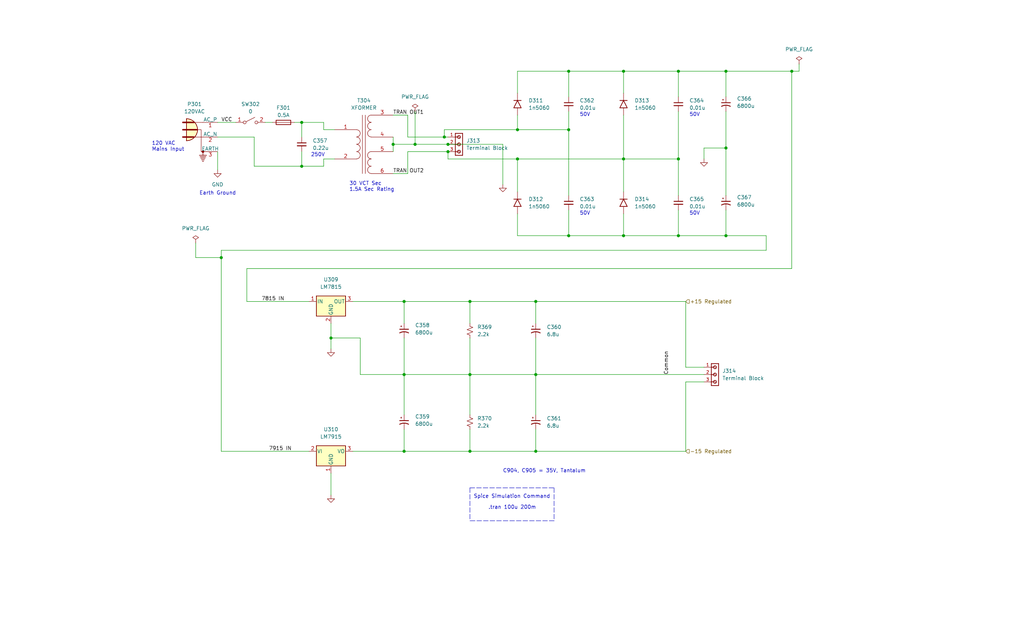
<source format=kicad_sch>
(kicad_sch (version 20211123) (generator eeschema)
  (paper "USLegal")
  (title_block (title "15 Volt Power Supply") (date "2022-06-10") (rev "0.3") (company "Andy McCann KA3KAF and Doug McCann KA3KAG") (comment 2 "Terry White K7TAU") (comment 3 "Wes Hayward W7ZOI") (comment 4 "Original Design By:"))
  (lib_symbols
    (symbol "1N5060GP:1N5060GP" (pin_numbers hide) (pin_names (offset 1.016) hide)
      (property "Reference" "D" (at -1.27 1.27 0))
      (property "Value" "1N5060GP" (at 2.54 -2.54 0))
      (symbol "1N5060GP_0_0"
        (polyline (pts (xy -1.27 -1.27) (xy 1.27 0)) (stroke (width 0.254)))
        (polyline (pts (xy -1.27 1.27) (xy -1.27 -1.27)) (stroke (width 0.254)))
        (polyline (pts (xy 1.27 0) (xy -1.27 1.27)) (stroke (width 0.254)))
        (polyline (pts (xy 1.27 0) (xy 1.27 -1.27)) (stroke (width 0.254)))
        (polyline (pts (xy 1.27 1.27) (xy 1.27 0)) (stroke (width 0.254)))
        (pin passive line (at 3.81 0 180) (length 2.54) (name "Cathode") (number "1"))
        (pin passive line (at -3.81 0 0) (length 2.54) (name "Anode") (number "2"))
      )
    )
    (symbol "1N5060GP_1" (pin_numbers hide) (pin_names (offset 1.016) hide)
      (property "Reference" "D" (at -1.27 1.27 0))
      (property "Value" "1N5060GP_1" (at 2.54 -2.54 0))
      (symbol "1N5060GP_1_0_0"
        (polyline (pts (xy -1.27 -1.27) (xy 1.27 0)) (stroke (width 0.254)))
        (polyline (pts (xy -1.27 1.27) (xy -1.27 -1.27)) (stroke (width 0.254)))
        (polyline (pts (xy 1.27 0) (xy -1.27 1.27)) (stroke (width 0.254)))
        (polyline (pts (xy 1.27 0) (xy 1.27 -1.27)) (stroke (width 0.254)))
        (polyline (pts (xy 1.27 1.27) (xy 1.27 0)) (stroke (width 0.254)))
        (pin passive line (at 3.81 0 180) (length 2.54) (name "Cathode") (number "1"))
        (pin passive line (at -3.81 0 0) (length 2.54) (name "Anode") (number "2"))
      )
    )
    (symbol "1N5060GP_2" (pin_numbers hide) (pin_names (offset 1.016) hide)
      (property "Reference" "D" (at -1.27 1.27 0))
      (property "Value" "1N5060GP_2" (at 2.54 -2.54 0))
      (symbol "1N5060GP_2_0_0"
        (polyline (pts (xy -1.27 -1.27) (xy 1.27 0)) (stroke (width 0.254)))
        (polyline (pts (xy -1.27 1.27) (xy -1.27 -1.27)) (stroke (width 0.254)))
        (polyline (pts (xy 1.27 0) (xy -1.27 1.27)) (stroke (width 0.254)))
        (polyline (pts (xy 1.27 0) (xy 1.27 -1.27)) (stroke (width 0.254)))
        (polyline (pts (xy 1.27 1.27) (xy 1.27 0)) (stroke (width 0.254)))
        (pin passive line (at 3.81 0 180) (length 2.54) (name "Cathode") (number "1"))
        (pin passive line (at -3.81 0 0) (length 2.54) (name "Anode") (number "2"))
      )
    )
    (symbol "1N5060GP_3" (pin_numbers hide) (pin_names (offset 1.016) hide)
      (property "Reference" "D" (at -1.27 1.27 0))
      (property "Value" "1N5060GP_3" (at 2.54 -2.54 0))
      (symbol "1N5060GP_3_0_0"
        (polyline (pts (xy -1.27 -1.27) (xy 1.27 0)) (stroke (width 0.254)))
        (polyline (pts (xy -1.27 1.27) (xy -1.27 -1.27)) (stroke (width 0.254)))
        (polyline (pts (xy 1.27 0) (xy -1.27 1.27)) (stroke (width 0.254)))
        (polyline (pts (xy 1.27 0) (xy 1.27 -1.27)) (stroke (width 0.254)))
        (polyline (pts (xy 1.27 1.27) (xy 1.27 0)) (stroke (width 0.254)))
        (pin passive line (at 3.81 0 180) (length 2.54) (name "Cathode") (number "1"))
        (pin passive line (at -3.81 0 0) (length 2.54) (name "Anode") (number "2"))
      )
    )
    (symbol "Connector:Conn_WallPlug_Earth" (pin_names (offset 0))
      (property "Reference" "P" (at 0 3.81 0))
      (property "Value" "Conn_WallPlug_Earth" (at -5.08 0 90))
      (symbol "Conn_WallPlug_Earth_0_1"
        (arc (start -3.175 -3.81) (mid 0.635 0) (end -3.175 3.81) (stroke (width 0.254)) (fill (type background)))
        (polyline (pts (xy -4.445 -2.54) (xy -0.635 -2.54)) (stroke (width 0.508)))
        (polyline (pts (xy -4.445 0) (xy 0.508 0)) (stroke (width 0.508)))
        (polyline (pts (xy -4.445 2.54) (xy -0.635 2.54)) (stroke (width 0.508)))
        (polyline (pts (xy -3.175 -3.81) (xy -3.175 3.81)) (stroke (width 0.254)))
        (polyline (pts (xy -0.635 -2.54) (xy 2.54 -2.54)))
        (polyline (pts (xy -0.635 2.54) (xy 2.54 2.54)))
        (polyline (pts (xy 1.524 -9.398) (xy 3.556 -9.398)) (stroke (width 0.2032)))
        (polyline (pts (xy 1.778 -9.906) (xy 3.302 -9.906)) (stroke (width 0.2032)))
        (polyline (pts (xy 2.032 -10.414) (xy 3.048 -10.414)) (stroke (width 0.2032)))
        (polyline (pts (xy 2.286 -10.922) (xy 2.794 -10.922)) (stroke (width 0.2032)))
        (polyline (pts (xy 2.54 -7.62) (xy 2.54 -8.89)) (stroke (width 0.2032)))
        (polyline (pts (xy 3.81 -8.89) (xy 1.27 -8.89)) (stroke (width 0.2032)))
        (polyline (pts (xy 2.54 -7.62) (xy 1.905 -7.62) (xy 1.905 0) (xy -4.445 0)))
        (circle (center 2.54 -7.62) (radius 0.3556) (fill (type outline)))
      )
      (symbol "Conn_WallPlug_Earth_1_1"
        (pin power_out line (at 7.62 2.54 180) (length 5.08) (name "AC_P") (number "1"))
        (pin power_out line (at 7.62 -2.54 180) (length 5.08) (name "AC_N") (number "2"))
        (pin passive line (at 7.62 -7.62 180) (length 5.08) (name "EARTH") (number "3"))
      )
    )
    (symbol "Device:C_Polarized_Small_US" (pin_numbers hide) (pin_names (offset 0.254) hide)
      (property "Reference" "C" (at 0.254 1.778 0))
      (property "Value" "C_Polarized_Small_US" (at 0.254 -2.032 0))
      (symbol "C_Polarized_Small_US_0_1"
        (polyline (pts (xy -1.524 0.508) (xy 1.524 0.508)) (stroke (width 0.3048)))
        (polyline (pts (xy -1.27 1.524) (xy -0.762 1.524)))
        (polyline (pts (xy -1.016 1.27) (xy -1.016 1.778)))
        (arc (start 1.524 -0.762) (mid 0 -0.3734) (end -1.524 -0.762) (stroke (width 0.3048)))
      )
      (symbol "C_Polarized_Small_US_1_1"
        (pin passive line (at 0 2.54 270) (length 2.032) (name "~") (number "1"))
        (pin passive line (at 0 -2.54 90) (length 2.032) (name "~") (number "2"))
      )
    )
    (symbol "Device:C_Small" (pin_numbers hide) (pin_names (offset 0.254) hide)
      (property "Reference" "C" (at 0.254 1.778 0))
      (property "Value" "C_Small" (at 0.254 -2.032 0))
      (symbol "C_Small_0_1"
        (polyline (pts (xy -1.524 -0.508) (xy 1.524 -0.508)) (stroke (width 0.3302)))
        (polyline (pts (xy -1.524 0.508) (xy 1.524 0.508)) (stroke (width 0.3048)))
      )
      (symbol "C_Small_1_1"
        (pin passive line (at 0 2.54 270) (length 2.032) (name "~") (number "1"))
        (pin passive line (at 0 -2.54 90) (length 2.032) (name "~") (number "2"))
      )
    )
    (symbol "Device:Fuse" (pin_numbers hide) (pin_names (offset 0))
      (property "Reference" "F" (at 2.032 0 90))
      (property "Value" "Fuse" (at -1.905 0 90))
      (symbol "Fuse_0_1"
        (rectangle (start -0.762 -2.54) (end 0.762 2.54) (stroke (width 0.254)))
        (polyline (pts (xy 0 2.54) (xy 0 -2.54)))
      )
      (symbol "Fuse_1_1"
        (pin passive line (at 0 3.81 270) (length 1.27) (name "~") (number "1"))
        (pin passive line (at 0 -3.81 90) (length 1.27) (name "~") (number "2"))
      )
    )
    (symbol "Device:R_Small_US" (pin_numbers hide) (pin_names (offset 0.254) hide)
      (property "Reference" "R" (at 0.762 0.508 0))
      (property "Value" "R_Small_US" (at 0.762 -1.016 0))
      (symbol "R_Small_US_1_1"
        (polyline (pts (xy 0 0) (xy 1.016 -0.381) (xy 0 -0.762) (xy -1.016 -1.143) (xy 0 -1.524)))
        (polyline (pts (xy 0 1.524) (xy 1.016 1.143) (xy 0 0.762) (xy -1.016 0.381) (xy 0 0)))
        (pin passive line (at 0 2.54 270) (length 1.016) (name "~") (number "1"))
        (pin passive line (at 0 -2.54 90) (length 1.016) (name "~") (number "2"))
      )
    )
    (symbol "Device:Transformer_1P_2S" (pin_names (offset 1.016) hide)
      (property "Reference" "T" (at 0 12.7 0))
      (property "Value" "Transformer_1P_2S" (at 0 -12.7 0))
      (symbol "Transformer_1P_2S_0_1"
        (arc (start -2.54 -5.0546) (mid -1.6599 -4.6901) (end -1.27 -3.81))
        (arc (start -2.54 -2.5146) (mid -1.6599 -2.1501) (end -1.27 -1.27))
        (arc (start -2.54 0.0254) (mid -1.6599 0.3899) (end -1.27 1.27))
        (arc (start -2.54 2.5654) (mid -1.6599 2.9299) (end -1.27 3.81))
        (arc (start -1.27 -3.81) (mid -1.642 -2.912) (end -2.54 -2.54))
        (arc (start -1.27 -1.27) (mid -1.642 -0.372) (end -2.54 0))
        (arc (start -1.27 1.27) (mid -1.642 2.168) (end -2.54 2.54))
        (arc (start -1.27 3.81) (mid -1.642 4.708) (end -2.54 5.08))
        (polyline (pts (xy -0.508 -10.16) (xy -0.508 10.16)))
        (polyline (pts (xy 0.508 10.16) (xy 0.508 -10.16)))
        (arc (start 1.2954 -8.89) (mid 1.6599 -9.7701) (end 2.54 -10.1346))
        (arc (start 1.2954 -6.35) (mid 1.6599 -7.2301) (end 2.54 -7.5946))
        (arc (start 1.2954 -3.81) (mid 1.6599 -4.6901) (end 2.54 -5.0546))
        (arc (start 1.2954 3.81) (mid 1.6599 2.9299) (end 2.54 2.5654))
        (arc (start 1.2954 6.35) (mid 1.6599 5.4699) (end 2.54 5.1054))
        (arc (start 1.2954 8.89) (mid 1.6599 8.0099) (end 2.54 7.6454))
        (arc (start 2.54 -7.62) (mid 1.642 -7.992) (end 1.2954 -8.89))
        (arc (start 2.54 -5.08) (mid 1.642 -5.452) (end 1.2954 -6.35))
        (arc (start 2.54 -2.54) (mid 1.642 -2.912) (end 1.2954 -3.81))
        (arc (start 2.54 5.08) (mid 1.642 4.708) (end 1.2954 3.81))
        (arc (start 2.54 7.62) (mid 1.642 7.248) (end 1.2954 6.35))
        (arc (start 2.54 10.16) (mid 1.642 9.788) (end 1.2954 8.89))
      )
      (symbol "Transformer_1P_2S_1_1"
        (pin passive line (at -10.16 5.08 0) (length 7.62) (name "AA") (number "1"))
        (pin passive line (at -10.16 -5.08 0) (length 7.62) (name "AB") (number "2"))
        (pin passive line (at 10.16 10.16 180) (length 7.62) (name "SA") (number "3"))
        (pin passive line (at 10.16 2.54 180) (length 7.62) (name "SB") (number "4"))
        (pin passive line (at 10.16 -2.54 180) (length 7.62) (name "SC") (number "5"))
        (pin passive line (at 10.16 -10.16 180) (length 7.62) (name "SD") (number "6"))
      )
    )
    (symbol "Regulator_Linear:L7815" (pin_names (offset 0.254))
      (property "Reference" "U" (at -3.81 3.175 0))
      (property "Value" "L7815" (at 0 3.175 0))
      (symbol "L7815_0_1"
        (rectangle (start -5.08 1.905) (end 5.08 -5.08) (stroke (width 0.254)) (fill (type background)))
      )
      (symbol "L7815_1_1"
        (pin power_in line (at -7.62 0 0) (length 2.54) (name "IN") (number "1"))
        (pin power_in line (at 0 -7.62 90) (length 2.54) (name "GND") (number "2"))
        (pin power_out line (at 7.62 0 180) (length 2.54) (name "OUT") (number "3"))
      )
    )
    (symbol "Regulator_Linear:L7915" (pin_names (offset 0.254))
      (property "Reference" "U" (at -3.81 -3.175 0))
      (property "Value" "L7915" (at 0 -3.175 0))
      (symbol "L7915_0_1"
        (rectangle (start -5.08 5.08) (end 5.08 -1.905) (stroke (width 0.254)) (fill (type background)))
      )
      (symbol "L7915_1_1"
        (pin power_in line (at 0 7.62 270) (length 2.54) (name "GND") (number "1"))
        (pin power_in line (at -7.62 0 0) (length 2.54) (name "VI") (number "2"))
        (pin power_out line (at 7.62 0 180) (length 2.54) (name "VO") (number "3"))
      )
    )
    (symbol "Switch:SW_SPST" (pin_names (offset 0) hide)
      (property "Reference" "SW" (at 0 3.175 0))
      (property "Value" "SW_SPST" (at 0 -2.54 0))
      (symbol "SW_SPST_0_0"
        (circle (center -2.032 0) (radius 0.508))
        (polyline (pts (xy -1.524 0.254) (xy 1.524 1.778)))
        (circle (center 2.032 0) (radius 0.508))
      )
      (symbol "SW_SPST_1_1"
        (pin passive line (at -5.08 0 0) (length 2.54) (name "A") (number "1"))
        (pin passive line (at 5.08 0 180) (length 2.54) (name "B") (number "2"))
      )
    )
    (symbol "power:GND" (power) (pin_names (offset 0))
      (property "Value" "GND" (at 0 -3.81 0))
      (symbol "GND_0_1"
        (polyline (pts (xy 0 0) (xy 0 -1.27) (xy 1.27 -1.27) (xy 0 -2.54) (xy -1.27 -1.27) (xy 0 -1.27)))
      )
      (symbol "GND_1_1"
        (pin power_in line (at 0 0 270) (length 0) hide (name "GND") (number "1"))
      )
    )
    (symbol "power:PWR_FLAG" (power) (pin_numbers hide) (pin_names (offset 0) hide)
      (property "Value" "PWR_FLAG" (at 0 3.81 0))
      (symbol "PWR_FLAG_0_0"
        (pin power_out line (at 0 0 90) (length 0) (name "pwr") (number "1"))
      )
      (symbol "PWR_FLAG_0_1"
        (polyline (pts (xy 0 0) (xy 0 1.27) (xy -1.016 1.905) (xy 0 2.54) (xy 1.016 1.905) (xy 0 1.27)))
      )
    )
    (symbol "terminal-block:691103110003" (pin_names (offset 1.016) hide)
      (property "Reference" "J" (at -4.8768 -0.9144 0))
      (property "Value" "691103110003" (at -4.826 -2.5908 0))
      (symbol "691103110003_0_0"
        (circle (center -2.54 -1.27) (radius 0.508) (stroke (width 0.254)))
        (circle (center 0 -1.27) (radius 0.508) (stroke (width 0.254)))
        (polyline (pts (xy -3.81 -2.54) (xy -3.81 0)) (stroke (width 0.254)))
        (polyline (pts (xy -3.81 0) (xy 3.81 0)) (stroke (width 0.254)))
        (polyline (pts (xy -2.54 -1.778) (xy -2.54 -2.54)) (stroke (width 0.254)))
        (polyline (pts (xy -2.286 -1.016) (xy -2.794 -1.524)) (stroke (width 0.1524)))
        (polyline (pts (xy 0 -1.778) (xy 0 -2.54)) (stroke (width 0.254)))
        (polyline (pts (xy 0.254 -1.016) (xy -0.254 -1.524)) (stroke (width 0.1524)))
        (polyline (pts (xy 2.54 -1.778) (xy 2.54 -2.54)) (stroke (width 0.254)))
        (polyline (pts (xy 2.794 -1.016) (xy 2.286 -1.524)) (stroke (width 0.1524)))
        (polyline (pts (xy 3.81 -2.54) (xy -3.81 -2.54)) (stroke (width 0.254)))
        (polyline (pts (xy 3.81 0) (xy 3.81 -2.54)) (stroke (width 0.254)))
        (circle (center 2.54 -1.27) (radius 0.508) (stroke (width 0.254)))
        (pin passive line (at -2.54 -5.08 90) (length 2.54) (name "~") (number "1"))
        (pin passive line (at 0 -5.08 90) (length 2.54) (name "~") (number "2"))
        (pin passive line (at 2.54 -5.08 90) (length 2.54) (name "~") (number "3"))
      )
    )
  )
  (junction (at 197.485 24.765))
  (junction (at 136.525 50.165))
  (junction (at 155.575 50.165))
  (junction (at 197.485 45.085))
  (junction (at 140.335 130.175))
  (junction (at 216.535 55.245))
  (junction (at 252.095 24.765))
  (junction (at 155.575 52.705))
  (junction (at 163.195 104.775))
  (junction (at 179.705 55.245))
  (junction (at 216.535 24.765))
  (junction (at 186.055 104.775))
  (junction (at 186.055 130.175))
  (junction (at 114.935 117.475))
  (junction (at 235.585 81.915))
  (junction (at 235.585 24.765))
  (junction (at 140.335 156.845))
  (junction (at 216.535 81.915))
  (junction (at 274.955 24.765))
  (junction (at 163.195 156.845))
  (junction (at 252.095 51.435))
  (junction (at 140.335 104.775))
  (junction (at 252.095 81.915))
  (junction (at 235.585 55.245))
  (junction (at 104.775 57.785))
  (junction (at 197.485 81.915))
  (junction (at 179.705 45.085))
  (junction (at 144.145 50.165))
  (junction (at 186.055 156.845))
  (junction (at 163.195 130.175))
  (junction (at 104.775 42.545))
  (junction (at 76.835 89.535))
  (junction (at 154.305 47.625))
  (wire (pts (xy 216.535 81.915) (xy 235.585 81.915)))
  (wire (pts (xy 277.495 24.765) (xy 274.955 24.765)))
  (wire (pts (xy 197.485 73.025) (xy 197.485 81.915)))
  (wire (pts (xy 197.485 38.735) (xy 197.485 45.085)))
  (wire (pts (xy 238.125 132.715) (xy 238.125 156.845)))
  (wire (pts (xy 112.395 55.245) (xy 112.395 57.785)))
  (wire (pts (xy 179.705 81.915) (xy 179.705 74.295)))
  (wire (pts (xy 197.485 45.085) (xy 197.485 67.945)))
  (wire (pts (xy 141.605 40.005) (xy 141.605 47.625)))
  (wire (pts (xy 179.705 24.765) (xy 179.705 32.385)))
  (wire (pts (xy 140.335 130.175) (xy 125.095 130.175)))
  (wire (pts (xy 76.835 86.995) (xy 266.065 86.995)))
  (wire (pts (xy 252.095 24.765) (xy 274.955 24.765)))
  (wire (pts (xy 88.265 47.625) (xy 88.265 57.785)))
  (wire (pts (xy 163.195 156.845) (xy 140.335 156.845)))
  (wire (pts (xy 186.055 117.475) (xy 186.055 130.175)))
  (wire (pts (xy 140.335 104.775) (xy 163.195 104.775)))
  (wire (pts (xy 112.395 57.785) (xy 104.775 57.785)))
  (wire (pts (xy 266.065 81.915) (xy 266.065 86.995)))
  (wire (pts (xy 116.205 55.245) (xy 112.395 55.245)))
  (wire (pts (xy 76.835 89.535) (xy 76.835 156.845)))
  (wire (pts (xy 140.335 117.475) (xy 140.335 130.175)))
  (wire (pts (xy 252.095 38.735) (xy 252.095 51.435)))
  (wire (pts (xy 140.335 149.225) (xy 140.335 156.845)))
  (wire (pts (xy 112.395 42.545) (xy 112.395 45.085)))
  (wire (pts (xy 163.195 149.225) (xy 163.195 156.845)))
  (wire (pts (xy 244.475 132.715) (xy 238.125 132.715)))
  (wire (pts (xy 154.305 45.085) (xy 154.305 47.625)))
  (wire (pts (xy 75.565 52.705) (xy 75.565 59.055)))
  (wire (pts (xy 216.535 32.385) (xy 216.535 24.765)))
  (wire (pts (xy 252.095 51.435) (xy 252.095 67.945)))
  (wire (pts (xy 107.315 156.845) (xy 76.835 156.845)))
  (wire (pts (xy 277.495 22.225) (xy 277.495 24.765)))
  (wire (pts (xy 141.605 52.705) (xy 141.605 60.325)))
  (wire (pts (xy 114.935 164.465) (xy 114.935 172.085)))
  (wire (pts (xy 274.955 24.765) (xy 274.955 93.345)))
  (wire (pts (xy 197.485 24.765) (xy 197.485 33.655)))
  (wire (pts (xy 141.605 52.705) (xy 155.575 52.705)))
  (wire (pts (xy 163.195 104.775) (xy 186.055 104.775)))
  (wire (pts (xy 144.145 50.165) (xy 155.575 50.165)))
  (wire (pts (xy 122.555 104.775) (xy 140.335 104.775)))
  (wire (pts (xy 186.055 104.775) (xy 186.055 112.395)))
  (wire (pts (xy 235.585 73.025) (xy 235.585 81.915)))
  (wire (pts (xy 141.605 40.005) (xy 136.525 40.005)))
  (wire (pts (xy 252.095 51.435) (xy 244.475 51.435)))
  (polyline (pts (xy 192.405 169.545) (xy 192.405 180.975)))
  (wire (pts (xy 136.525 60.325) (xy 141.605 60.325)))
  (polyline (pts (xy 163.195 169.545) (xy 192.405 169.545)))
  (wire (pts (xy 179.705 81.915) (xy 197.485 81.915)))
  (wire (pts (xy 244.475 51.435) (xy 244.475 55.245)))
  (wire (pts (xy 216.535 74.295) (xy 216.535 81.915)))
  (wire (pts (xy 67.945 89.535) (xy 76.835 89.535)))
  (wire (pts (xy 252.095 24.765) (xy 252.095 33.655)))
  (wire (pts (xy 75.565 47.625) (xy 88.265 47.625)))
  (wire (pts (xy 104.775 52.705) (xy 104.775 57.785)))
  (wire (pts (xy 238.125 104.775) (xy 238.125 127.635)))
  (wire (pts (xy 197.485 81.915) (xy 216.535 81.915)))
  (wire (pts (xy 163.195 117.475) (xy 163.195 130.175)))
  (wire (pts (xy 235.585 38.735) (xy 235.585 55.245)))
  (wire (pts (xy 125.095 130.175) (xy 125.095 117.475)))
  (wire (pts (xy 179.705 24.765) (xy 197.485 24.765)))
  (wire (pts (xy 102.235 42.545) (xy 104.775 42.545)))
  (wire (pts (xy 216.535 24.765) (xy 235.585 24.765)))
  (wire (pts (xy 140.335 104.775) (xy 140.335 112.395)))
  (wire (pts (xy 114.935 112.395) (xy 114.935 117.475)))
  (wire (pts (xy 141.605 47.625) (xy 154.305 47.625)))
  (wire (pts (xy 75.565 42.545) (xy 81.915 42.545)))
  (wire (pts (xy 140.335 130.175) (xy 140.335 144.145)))
  (wire (pts (xy 163.195 130.175) (xy 186.055 130.175)))
  (wire (pts (xy 252.095 73.025) (xy 252.095 81.915)))
  (wire (pts (xy 163.195 130.175) (xy 163.195 144.145)))
  (wire (pts (xy 85.725 93.345) (xy 85.725 104.775)))
  (wire (pts (xy 155.575 55.245) (xy 155.575 52.705)))
  (wire (pts (xy 92.075 42.545) (xy 94.615 42.545)))
  (wire (pts (xy 216.535 55.245) (xy 235.585 55.245)))
  (wire (pts (xy 252.095 81.915) (xy 266.065 81.915)))
  (wire (pts (xy 216.535 55.245) (xy 179.705 55.245)))
  (polyline (pts (xy 163.195 169.545) (xy 163.195 180.975)))
  (wire (pts (xy 85.725 104.775) (xy 107.315 104.775)))
  (wire (pts (xy 186.055 130.175) (xy 186.055 144.145)))
  (wire (pts (xy 140.335 130.175) (xy 163.195 130.175)))
  (wire (pts (xy 186.055 104.775) (xy 238.125 104.775)))
  (wire (pts (xy 197.485 24.765) (xy 216.535 24.765)))
  (wire (pts (xy 174.625 50.165) (xy 174.625 64.135)))
  (wire (pts (xy 186.055 130.175) (xy 244.475 130.175)))
  (wire (pts (xy 116.205 45.085) (xy 112.395 45.085)))
  (wire (pts (xy 154.305 47.625) (xy 155.575 47.625)))
  (wire (pts (xy 76.835 86.995) (xy 76.835 89.535)))
  (wire (pts (xy 179.705 45.085) (xy 197.485 45.085)))
  (wire (pts (xy 163.195 104.775) (xy 163.195 112.395)))
  (wire (pts (xy 136.525 47.625) (xy 136.525 50.165)))
  (polyline (pts (xy 192.405 180.975) (xy 163.195 180.975)))
  (wire (pts (xy 186.055 149.225) (xy 186.055 156.845)))
  (wire (pts (xy 179.705 66.675) (xy 179.705 55.245)))
  (wire (pts (xy 235.585 24.765) (xy 235.585 33.655)))
  (wire (pts (xy 136.525 50.165) (xy 144.145 50.165)))
  (wire (pts (xy 244.475 127.635) (xy 238.125 127.635)))
  (wire (pts (xy 144.145 38.735) (xy 144.145 50.165)))
  (wire (pts (xy 179.705 45.085) (xy 154.305 45.085)))
  (wire (pts (xy 88.265 57.785) (xy 104.775 57.785)))
  (wire (pts (xy 104.775 42.545) (xy 104.775 47.625)))
  (wire (pts (xy 186.055 156.845) (xy 163.195 156.845)))
  (wire (pts (xy 216.535 55.245) (xy 216.535 40.005)))
  (wire (pts (xy 114.935 117.475) (xy 114.935 121.285)))
  (wire (pts (xy 186.055 156.845) (xy 238.125 156.845)))
  (wire (pts (xy 235.585 24.765) (xy 252.095 24.765)))
  (wire (pts (xy 136.525 50.165) (xy 136.525 52.705)))
  (wire (pts (xy 235.585 55.245) (xy 235.585 67.945)))
  (wire (pts (xy 67.945 84.455) (xy 67.945 89.535)))
  (wire (pts (xy 179.705 55.245) (xy 155.575 55.245)))
  (wire (pts (xy 104.775 42.545) (xy 112.395 42.545)))
  (wire (pts (xy 85.725 93.345) (xy 274.955 93.345)))
  (wire (pts (xy 122.555 156.845) (xy 140.335 156.845)))
  (wire (pts (xy 179.705 40.005) (xy 179.705 45.085)))
  (wire (pts (xy 235.585 81.915) (xy 252.095 81.915)))
  (wire (pts (xy 125.095 117.475) (xy 114.935 117.475)))
  (wire (pts (xy 216.535 66.675) (xy 216.535 55.245)))
  (wire (pts (xy 155.575 50.165) (xy 174.625 50.165)))
  (text "250V" (at 107.95 54.61 0) (effects (font (size 1.27 1.27)) (justify left bottom)))
  (text "Earth Ground" (at 69.215 67.945 0) (effects (font (size 1.27 1.27)) (justify left bottom)))
  (text "120 VAC\nMains Input" (at 52.705 52.705 0) (effects (font (size 1.27 1.27)) (justify left bottom)))
  (text "30 VCT Sec\n1.5A Sec Rating" (at 121.285 66.675 0) (effects (font (size 1.27 1.27)) (justify left bottom)))
  (text "50V" (at 239.395 74.93 0) (effects (font (size 1.27 1.27)) (justify left bottom)))
  (text "50V" (at 201.295 40.64 0) (effects (font (size 1.27 1.27)) (justify left bottom)))
  (text ".tran 100u 200m" (at 169.545 177.165 0) (effects (font (size 1.27 1.27)) (justify left bottom)))
  (text "50V" (at 239.395 40.64 0) (effects (font (size 1.27 1.27)) (justify left bottom)))
  (text "C904, C905 = 35V, Tantalum" (at 174.625 164.465 0) (effects (font (size 1.27 1.27)) (justify left bottom)))
  (text "Spice Simulation Command" (at 164.465 173.355 0) (effects (font (size 1.27 1.27)) (justify left bottom)))
  (text "50V" (at 201.295 74.93 0) (effects (font (size 1.27 1.27)) (justify left bottom)))
  (label "TRAN OUT2" (at 136.525 60.325 0))
  (label "7815 IN" (at 90.805 104.775 0))
  (label "TRAN OUT1" (at 136.525 40.005 0))
  (label "7915 IN" (at 93.345 156.845 0))
  (label "Common" (at 232.41 130.175 90))
  (label "VCC" (at 76.835 42.545 0))
  (hierarchical_label "-15 Regulated" (shape input) (at 238.125 156.845 0))
  (hierarchical_label "+15 Regulated" (shape input) (at 238.125 104.775 0))
  (symbol (lib_id "Device:C_Polarized_Small_US") (at 140.335 146.685 0) (unit 1)
    (property "Reference" "C359" (at 144.145 144.7799 0) (effects (justify left)))
    (property "Value" "6800u" (at 144.145 147.3199 0) (effects (justify left)))
    (property "Footprint" "15v-supply:6800u-UVR1H682MRD6" (effects hide))
    (property "Datasheet" "https://download.datasheets.com/pdfs/2016/10/6/6/6/44/578/nch_/manual/93896153625063e-uvr.pdf" (effects hide))
  )
  (symbol (lib_id "Device:C_Polarized_Small_US") (at 252.095 70.485 0) (unit 1)
    (property "Reference" "C367" (at 255.905 68.5799 0) (effects (justify left)))
    (property "Value" "6800u" (at 255.905 71.1199 0) (effects (justify left)))
    (property "Footprint" "15v-supply:6800u-UVR1H682MRD6" (effects hide))
    (property "Datasheet" "https://download.datasheets.com/pdfs/2016/10/6/6/6/44/578/nch_/manual/93896153625063e-uvr.pdf" (effects hide))
  )
  (symbol (lib_id "power:PWR_FLAG") (at 144.145 38.735 0) (unit 1)
    (property "Reference" "#FLG0313" (effects hide))
    (property "Value" "PWR_FLAG" (at 144.145 33.655 0))
  )
  (symbol (lib_id "power:GND") (at 75.565 59.055 0) (unit 1)
    (property "Reference" "#PWR0403" (effects hide))
    (property "Value" "GND" (at 75.565 64.135 0))
  )
  (symbol (lib_id "Switch:SW_SPST") (at 86.995 42.545 0) (unit 1) (on_board no)
    (property "Reference" "SW302" (at 86.995 36.195 0))
    (property "Value" "SW_SPST" (at 86.995 38.735 0))
    (property "Datasheet" "https://sten-eswitch-13110800-production.s3.amazonaws.com/system/asset/product_line/data_sheet/95/RR3402.pdf" (effects hide))
    (property "Spice_Primitive" "V" (effects hide))
    (property "Spice_Netlist_Enabled" "Y" (effects hide))
    (property "Spice_Model" "dc 0" (effects hide))
  )
  (symbol (lib_id "Device:Fuse") (at 98.425 42.545 90) (unit 1) (on_board no)
    (property "Reference" "F301" (at 98.425 37.465 90))
    (property "Value" "0.5A" (at 98.425 40.005 90))
    (property "Datasheet" "https://belfuse.com/resources/datasheets/circuitprotection/ds-cp-0adkx-series.pdf" (effects hide))
    (property "Spice_Primitive" "R" (effects hide))
    (property "Spice_Netlist_Enabled" "Y" (effects hide))
    (property "Spice_Model" ".1" (effects hide))
  )
  (symbol (lib_id "Connector:Conn_WallPlug_Earth") (at 67.945 45.085 0) (unit 1) (in_bom no) (on_board no)
    (property "Reference" "P301" (at 67.5513 36.195 0))
    (property "Value" "120VAC" (at 67.5513 38.735 0))
    (property "Spice_Primitive" "V" (effects hide))
    (property "Spice_Model" "sin(0 120 60)" (effects hide))
    (property "Spice_Netlist_Enabled" "Y" (effects hide))
  )
  (symbol (lib_id "Regulator_Linear:L7815") (at 114.935 104.775 0) (unit 1)
    (property "Reference" "U309" (at 114.935 97.155 0))
    (property "Value" "LM7815" (at 114.935 99.695 0))
    (property "Footprint" "Package_TO_SOT_THT:TO-220-3_Horizontal_TabUp" (effects hide))
    (property "Datasheet" "https://www.st.com/content/ccc/resource/technical/document/datasheet/41/4f/b3/b0/12/d4/47/88/CD00000444.pdf/files/CD00000444.pdf/jcr:content/translations/en.CD00000444.pdf" (effects hide))
    (property "Spice_Primitive" "X" (effects hide))
    (property "Spice_Model" "LM7815" (effects hide))
    (property "Spice_Netlist_Enabled" "Y" (effects hide))
    (property "Spice_Lib_File" "15v-supply-spice/regulators.lib" (effects hide))
  )
  (symbol (lib_id "Device:C_Polarized_Small_US") (at 186.055 146.685 0) (unit 1)
    (property "Reference" "C361" (at 189.865 145.4149 0) (effects (justify left)))
    (property "Value" "6.8u" (at 189.865 147.9549 0) (effects (justify left)))
    (property "Footprint" "Capacitor_THT:CP_Radial_D8.0mm_P3.50mm" (effects hide))
  )
  (symbol (lib_id "1N5060GP:1N5060GP") (at 216.535 70.485 90) (unit 1)
    (property "Reference" "D314" (at 220.345 69.2149 90) (effects (justify right)))
    (property "Value" "1n5060" (at 220.345 71.7549 90) (effects (justify right)))
    (property "Footprint" "Diode_THT:D_DO-41_SOD81_P7.62mm_Horizontal" (effects hide))
    (property "Datasheet" "https://www.vishay.com/docs/86000/1n5059.pdf" (effects hide))
    (property "Spice_Primitive" "D" (effects hide))
    (property "Spice_Model" "1N5060" (effects hide))
    (property "Spice_Netlist_Enabled" "Y" (effects hide))
    (property "Spice_Lib_File" "15v-supply-spice/1n5060.lib" (effects hide))
    (property "Spice_Node_Sequence" "2 1" (effects hide))
  )
  (symbol (lib_name "1N5060GP_3") (lib_id "1N5060GP:1N5060GP") (at 179.705 70.485 90) (unit 1)
    (property "Reference" "D312" (at 183.515 69.2149 90) (effects (justify right)))
    (property "Value" "1n5060" (at 183.515 71.7549 90) (effects (justify right)))
    (property "Footprint" "Diode_THT:D_DO-41_SOD81_P7.62mm_Horizontal" (effects hide))
    (property "Datasheet" "https://www.vishay.com/docs/86000/1n5059.pdf" (effects hide))
    (property "Spice_Primitive" "D" (effects hide))
    (property "Spice_Model" "1N5060" (effects hide))
    (property "Spice_Netlist_Enabled" "Y" (effects hide))
    (property "Spice_Lib_File" "15v-supply-spice/1n5060.lib" (effects hide))
    (property "Spice_Node_Sequence" "2 1" (effects hide))
  )
  (symbol (lib_id "power:PWR_FLAG") (at 277.495 22.225 0) (unit 1)
    (property "Reference" "#FLG0314" (effects hide))
    (property "Value" "PWR_FLAG" (at 277.495 17.145 0))
  )
  (symbol (lib_id "Device:C_Small") (at 235.585 70.485 0) (unit 1)
    (property "Reference" "C365" (at 239.395 69.2149 0) (effects (justify left)))
    (property "Value" "0.01u" (at 239.395 71.7549 0) (effects (justify left)))
    (property "Footprint" "15v-supply:C_Rect_L6.0mm_W3.5mm_P3.5mm_QYX1H103JTP3TA" (effects hide))
    (property "Datasheet" "https://www.nichicon.co.jp/english/products/pdfs/e-qyx.pdf" (effects hide))
  )
  (symbol (lib_id "Device:C_Polarized_Small_US") (at 140.335 114.935 0) (unit 1)
    (property "Reference" "C358" (at 144.145 113.0299 0) (effects (justify left)))
    (property "Value" "6800u" (at 144.145 115.5699 0) (effects (justify left)))
    (property "Footprint" "15v-supply:6800u-UVR1H682MRD6" (effects hide))
    (property "Datasheet" "https://download.datasheets.com/pdfs/2016/10/6/6/6/44/578/nch_/manual/93896153625063e-uvr.pdf" (effects hide))
  )
  (symbol (lib_id "Device:C_Polarized_Small_US") (at 252.095 36.195 0) (unit 1)
    (property "Reference" "C366" (at 255.905 34.2899 0) (effects (justify left)))
    (property "Value" "6800u" (at 255.905 36.8299 0) (effects (justify left)))
    (property "Footprint" "15v-supply:6800u-UVR1H682MRD6" (effects hide))
    (property "Datasheet" "https://download.datasheets.com/pdfs/2016/10/6/6/6/44/578/nch_/manual/93896153625063e-uvr.pdf" (effects hide))
  )
  (symbol (lib_id "terminal-block:691103110003") (at 160.655 50.165 270) (unit 1)
    (property "Reference" "J313" (at 161.925 48.8949 90) (effects (justify left)))
    (property "Value" "Terminal Block" (at 161.925 51.4349 90) (effects (justify left)))
    (property "Footprint" "15v-supply:terminal-block-691103110003" (effects hide))
    (property "Datasheet" "https://www.we-online.com/katalog/datasheet/6911031100xx.pdf" (effects hide))
    (property "MOUNT" "THT" (effects hide))
    (property "WORKING-VOLTAGE-UL" "125V(AC)" (effects hide))
    (property "PITCH" "3.5mm" (effects hide))
    (property "DATASHEET-URL" "https://www.we-online.com/catalog/datasheet/691103110003.pdf" (effects hide))
    (property "VALUE" "691103110003" (effects hide))
    (property "PART-NUMBER" "691103110003" (effects hide))
    (property "TYPE" "Horizontal" (effects hide))
    (property "PINS" "3" (effects hide))
    (property "WIRE" "26 to 16 (AWG) 0.129 to 1.31 (mm²)" (effects hide))
    (property "IR-UL" "10A" (effects hide))
    (property "Spice_Primitive" "J" (effects hide))
    (property "Spice_Model" "Terminal Block" (effects hide))
    (property "Spice_Netlist_Enabled" "N" (effects hide))
  )
  (symbol (lib_id "Device:Transformer_1P_2S") (at 126.365 50.165 0) (unit 1) (on_board no)
    (property "Reference" "T304" (at 126.365 34.925 0))
    (property "Value" "XFORMER" (at 126.365 37.465 0))
    (property "Datasheet" "https://media.digikey.com/pdf/Data%20Sheets/Hammond%20PDFs/167_Series-Rev2018.pdf" (effects hide))
    (property "Spice_Primitive" "X" (effects hide))
    (property "Spice_Netlist_Enabled" "Y" (effects hide))
    (property "Spice_Model" "XFORMER" (effects hide))
    (property "Spice_Lib_File" "15v-supply-spice/xformer.lib" (effects hide))
  )
  (symbol (lib_id "power:GND") (at 244.475 55.245 0) (unit 1)
    (property "Reference" "#PWR0407" (effects hide))
    (property "Value" "Earth" (effects hide))
  )
  (symbol (lib_id "power:GND") (at 174.625 64.135 0) (unit 1)
    (property "Reference" "#PWR0406" (effects hide))
    (property "Value" "Earth" (effects hide))
  )
  (symbol (lib_id "Device:C_Polarized_Small_US") (at 186.055 114.935 0) (unit 1)
    (property "Reference" "C360" (at 189.865 113.6649 0) (effects (justify left)))
    (property "Value" "6.8u" (at 189.865 116.2049 0) (effects (justify left)))
    (property "Footprint" "Capacitor_THT:CP_Radial_D8.0mm_P3.50mm" (effects hide))
  )
  (symbol (lib_id "power:GND") (at 114.935 172.085 0) (unit 1)
    (property "Reference" "#PWR0405" (effects hide))
    (property "Value" "Earth" (effects hide))
  )
  (symbol (lib_name "1N5060GP_1") (lib_id "1N5060GP:1N5060GP") (at 179.705 36.195 90) (unit 1)
    (property "Reference" "D311" (at 183.515 34.9249 90) (effects (justify right)))
    (property "Value" "1n5060" (at 183.515 37.4649 90) (effects (justify right)))
    (property "Footprint" "Diode_THT:D_DO-41_SOD81_P7.62mm_Horizontal" (effects hide))
    (property "Datasheet" "https://www.vishay.com/docs/86000/1n5059.pdf" (effects hide))
    (property "Spice_Primitive" "D" (effects hide))
    (property "Spice_Model" "1N5060" (effects hide))
    (property "Spice_Netlist_Enabled" "Y" (effects hide))
    (property "Spice_Lib_File" "15v-supply-spice/1n5060.lib" (effects hide))
    (property "Spice_Node_Sequence" "2 1" (effects hide))
  )
  (symbol (lib_id "power:PWR_FLAG") (at 67.945 84.455 0) (unit 1)
    (property "Reference" "#FLG0312" (effects hide))
    (property "Value" "PWR_FLAG" (at 67.945 79.375 0))
  )
  (symbol (lib_name "1N5060GP_2") (lib_id "1N5060GP:1N5060GP") (at 216.535 36.195 90) (unit 1)
    (property "Reference" "D313" (at 220.345 34.9249 90) (effects (justify right)))
    (property "Value" "1n5060" (at 220.345 37.4649 90) (effects (justify right)))
    (property "Footprint" "Diode_THT:D_DO-41_SOD81_P7.62mm_Horizontal" (effects hide))
    (property "Datasheet" "https://www.vishay.com/docs/86000/1n5059.pdf" (effects hide))
    (property "Spice_Primitive" "D" (effects hide))
    (property "Spice_Model" "1N5060" (effects hide))
    (property "Spice_Netlist_Enabled" "Y" (effects hide))
    (property "Spice_Lib_File" "15v-supply-spice/1n5060.lib" (effects hide))
    (property "Spice_Node_Sequence" "2 1" (effects hide))
  )
  (symbol (lib_id "Device:C_Small") (at 197.485 70.485 0) (unit 1)
    (property "Reference" "C363" (at 201.295 69.2149 0) (effects (justify left)))
    (property "Value" "0.01u" (at 201.295 71.7549 0) (effects (justify left)))
    (property "Footprint" "15v-supply:C_Rect_L6.0mm_W3.5mm_P3.5mm_QYX1H103JTP3TA" (effects hide))
    (property "Datasheet" "https://www.nichicon.co.jp/english/products/pdfs/e-qyx.pdf" (effects hide))
  )
  (symbol (lib_id "Device:R_Small_US") (at 163.195 114.935 0) (unit 1)
    (property "Reference" "R369" (at 165.735 113.6649 0) (effects (justify left)))
    (property "Value" "2.2k" (at 165.735 116.2049 0) (effects (justify left)))
    (property "Footprint" "Resistor_THT:R_Axial_DIN0309_L9.0mm_D3.2mm_P12.70mm_Horizontal" (effects hide))
  )
  (symbol (lib_id "Regulator_Linear:L7915") (at 114.935 156.845 0) (mirror x) (unit 1)
    (property "Reference" "U310" (at 114.935 149.225 0))
    (property "Value" "LM7915" (at 114.935 151.765 0))
    (property "Footprint" "Package_TO_SOT_THT:TO-220-3_Horizontal_TabUp" (effects hide))
    (property "Datasheet" "https://www.onsemi.com/pdf/datasheet/mc7900-d.pdf" (effects hide))
    (property "Spice_Primitive" "X" (effects hide))
    (property "Spice_Model" "LM7915" (effects hide))
    (property "Spice_Netlist_Enabled" "Y" (effects hide))
    (property "Spice_Node_Sequence" "2 1 3" (effects hide))
    (property "Spice_Lib_File" "15v-supply-spice/regulators.lib" (effects hide))
  )
  (symbol (lib_id "Device:C_Small") (at 235.585 36.195 0) (unit 1)
    (property "Reference" "C364" (at 239.395 34.9249 0) (effects (justify left)))
    (property "Value" "0.01u" (at 239.395 37.4649 0) (effects (justify left)))
    (property "Footprint" "15v-supply:C_Rect_L6.0mm_W3.5mm_P3.5mm_QYX1H103JTP3TA" (effects hide))
    (property "Datasheet" "https://www.nichicon.co.jp/english/products/pdfs/e-qyx.pdf" (effects hide))
  )
  (symbol (lib_id "power:GND") (at 114.935 121.285 0) (unit 1)
    (property "Reference" "#PWR0404" (effects hide))
    (property "Value" "Earth" (effects hide))
  )
  (symbol (lib_id "Device:C_Small") (at 104.775 50.165 0) (unit 1) (on_board no)
    (property "Reference" "C357" (at 108.585 48.8949 0) (effects (justify left)))
    (property "Value" "0.22u" (at 108.585 51.4349 0) (effects (justify left)))
    (property "Footprint" "Capacitor_THT:C_Rect_L4.6mm_W5.5mm_P2.50mm_MKS02_FKP02" (effects hide))
    (property "Datasheet" "https://product.tdk.com/en/system/files?file=dam/doc/product/capacitor/ceramic/lead-mlcc/catalog/leadmlcc_halogenfree_fa_en.pdf" (effects hide))
  )
  (symbol (lib_id "Device:C_Small") (at 197.485 36.195 0) (unit 1)
    (property "Reference" "C362" (at 201.295 34.9249 0) (effects (justify left)))
    (property "Value" "0.01u" (at 201.295 37.4649 0) (effects (justify left)))
    (property "Footprint" "15v-supply:C_Rect_L6.0mm_W3.5mm_P3.5mm_QYX1H103JTP3TA" (effects hide))
    (property "Datasheet" "https://www.nichicon.co.jp/english/products/pdfs/e-qyx.pdf" (effects hide))
  )
  (symbol (lib_id "Device:R_Small_US") (at 163.195 146.685 0) (unit 1)
    (property "Reference" "R370" (at 165.735 145.4149 0) (effects (justify left)))
    (property "Value" "2.2k" (at 165.735 147.9549 0) (effects (justify left)))
    (property "Footprint" "Resistor_THT:R_Axial_DIN0309_L9.0mm_D3.2mm_P12.70mm_Horizontal" (effects hide))
  )
  (symbol (lib_id "terminal-block:691103110003") (at 249.555 130.175 270) (unit 1)
    (property "Reference" "J314" (at 250.825 128.9049 90) (effects (justify left)))
    (property "Value" "Terminal Block" (at 250.825 131.4449 90) (effects (justify left)))
    (property "Footprint" "15v-supply:terminal-block-691103110003" (effects hide))
    (property "Datasheet" "https://www.we-online.com/katalog/datasheet/6911031100xx.pdf" (effects hide))
    (property "MOUNT" "THT" (effects hide))
    (property "WORKING-VOLTAGE-UL" "125V(AC)" (effects hide))
    (property "PITCH" "3.5mm" (effects hide))
    (property "DATASHEET-URL" "https://www.we-online.com/catalog/datasheet/691103110003.pdf" (effects hide))
    (property "VALUE" "691103110003" (effects hide))
    (property "PART-NUMBER" "691103110003" (effects hide))
    (property "TYPE" "Horizontal" (effects hide))
    (property "PINS" "3" (effects hide))
    (property "WIRE" "26 to 16 (AWG) 0.129 to 1.31 (mm²)" (effects hide))
    (property "IR-UL" "10A" (effects hide))
    (property "Spice_Primitive" "J" (effects hide))
    (property "Spice_Model" "Terminal Block" (effects hide))
    (property "Spice_Netlist_Enabled" "N" (effects hide))
  )
)
</source>
